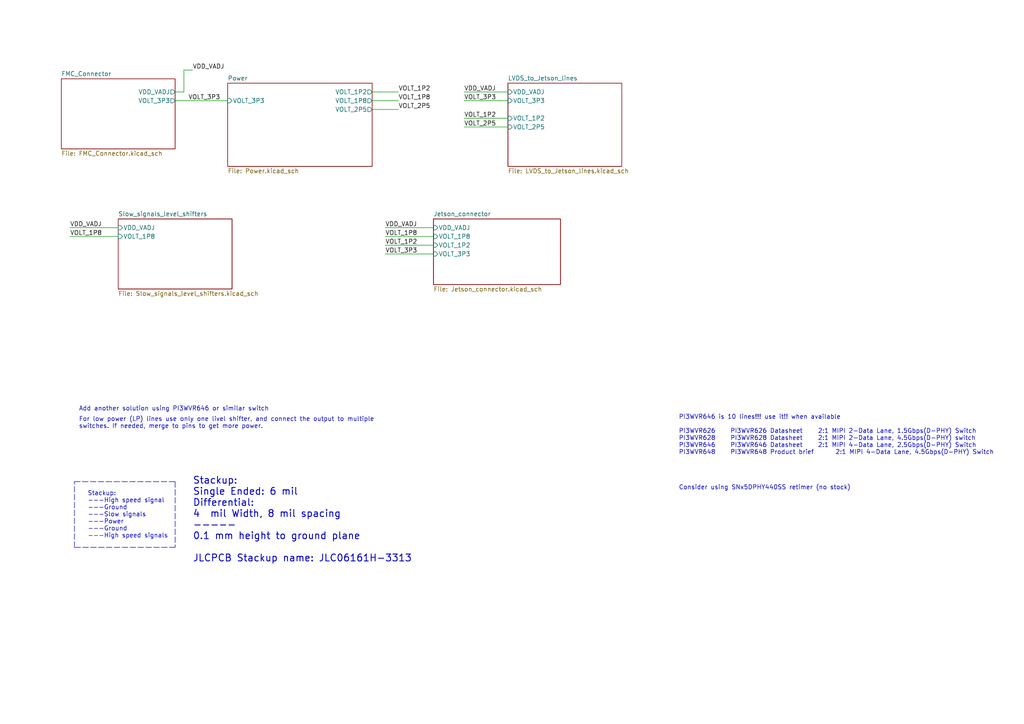
<source format=kicad_sch>
(kicad_sch (version 20211123) (generator eeschema)
  (paper "A4")
  (lib_symbols)
  (wire (pts (xy 107.95 26.67) (xy 115.57 26.67)))
  (wire (pts (xy 34.29 66.04) (xy 20.32 66.04)))
  (wire (pts (xy 125.73 66.04) (xy 111.76 66.04)))
  (wire (pts (xy 107.95 29.21) (xy 115.57 29.21)))
  (wire (pts (xy 147.32 36.83) (xy 134.62 36.83)))
  (wire (pts (xy 50.8 26.67) (xy 53.34 26.67)))
  (wire (pts (xy 34.29 68.58) (xy 20.32 68.58)))
  (polyline (pts (xy 21.59 158.75) (xy 21.59 139.7)))
  (wire (pts (xy 125.73 68.58) (xy 111.76 68.58)))
  (polyline (pts (xy 50.8 158.75) (xy 21.59 158.75)))
  (wire (pts (xy 111.76 71.12) (xy 125.73 71.12)))
  (wire (pts (xy 111.76 73.66) (xy 125.73 73.66)))
  (wire (pts (xy 50.8 29.21) (xy 66.04 29.21)))
  (wire (pts (xy 147.32 29.21) (xy 134.62 29.21)))
  (wire (pts (xy 53.34 26.67) (xy 53.34 20.32)))
  (polyline (pts (xy 21.59 139.7) (xy 50.8 139.7)))
  (wire (pts (xy 147.32 34.29) (xy 134.62 34.29)))
  (polyline (pts (xy 50.8 139.7) (xy 50.8 158.75)))
  (wire (pts (xy 107.95 31.75) (xy 115.57 31.75)))
  (wire (pts (xy 53.34 20.32) (xy 55.88 20.32)))
  (wire (pts (xy 147.32 26.67) (xy 134.62 26.67)))
  (text "For direct convertion BLVDS to SLVS we will use 9.1 Ohm resistor .Oct 10, 2022" (at -5.08 -30.48 0) (effects (font (size 2.9972 2.9972) (thickness 0.5994) bold) (justify left bottom)))
  (text "Stackup:\n---High speed signal\n---Ground\n---Slow signals\n---Power\n---Ground\n---High speed signals" (at 25.4 156.21 0) (effects (font (size 1.27 1.27)) (justify left bottom)))
  (text "Add another solution using PI3WVR646 or similar switch" (at 22.86 119.38 0) (effects (font (size 1.27 1.27)) (justify left bottom)))
  (text "To switch cameras simply use: TS5MP645\n\nhttps://www.ti.com/lit/ds/symlink/ts5mp645.pdf?ts=1639239156409&ref_url=https%253A%252F%252Fwww.ti.com%252Fproduct%252FTS5MP645" (at -2.54 -10.16 0) (effects (font (size 2.9972 2.9972)) (justify left bottom)))
  (text "PI3WVR646 is 10 lines!!! use it!! when available\n\nPI3WVR626	PI3WVR626 Datasheet	2:1 MIPI 2-Data Lane, 1.5Gbps(D-PHY) Switch\nPI3WVR628	PI3WVR628 Datasheet	2:1 MIPI 2-Data Lane, 4.5Gbps(D-PHY) switch\nPI3WVR646	PI3WVR646 Datasheet	2:1 MIPI 4-Data Lane, 2.5Gbps(D-PHY) Switch\nPI3WVR648	PI3WVR648 Product brief	2:1 MIPI 4-Data Lane, 4.5Gbps(D-PHY) Switch\n		\n\n\n\nConsider using SNx5DPHY440SS retimer (no stock)" (at 196.85 142.24 0) (effects (font (size 1.27 1.27)) (justify left bottom)))
  (text "For low power (LP) lines use only one livel shifter, and connect the output to multiple\nswitches. If needed, merge to pins to get more power." (at 22.86 124.46 0) (effects (font (size 1.27 1.27)) (justify left bottom)))
  (text "Stackup:\nSingle Ended: 6 mil\nDifferential:\n4  mil Width, 8 mil spacing\n-----\n0.1 mm height to ground plane\n\nJLCPCB Stackup name: JLC06161H-3313\n" (at 55.88 163.195 0) (effects (font (size 2 2) (thickness 0.254) bold) (justify left bottom)))
  (label "VOLT_3P3" (at 54.61 29.21 0))
  (label "VDD_VADJ" (at 20.32 66.04 0))
  (label "VDD_VADJ" (at 134.62 26.67 0))
  (label "VDD_VADJ" (at 111.76 66.04 0))
  (label "VDD_VADJ" (at 55.88 20.32 0))
  (label "VOLT_2P5" (at 115.57 31.75 0))
  (label "VOLT_1P8" (at 111.76 68.58 0))
  (label "VOLT_3P3" (at 134.62 29.21 0))
  (label "VOLT_1P2" (at 111.76 71.12 0))
  (label "VOLT_2P5" (at 134.62 36.83 0))
  (label "VOLT_1P8" (at 20.32 68.58 0))
  (label "VOLT_3P3" (at 111.76 73.66 0))
  (label "VOLT_1P2" (at 134.62 34.29 0))
  (label "VOLT_1P8" (at 115.57 29.21 0))
  (label "VOLT_1P2" (at 115.57 26.67 0))
  (sheet (at 17.78 22.86) (size 33.02 20.32)
    (property "Sheet name" "FMC_Connector" (at 17.78 22.1484 0) (effects (justify left bottom)))
    (property "Sheet file" "FMC_Connector.kicad_sch" (at 17.78 43.7646 0) (effects (justify left top)))
    (pin "VDD_VADJ" output (at 50.8 26.67 0))
    (pin "VOLT_3P3" output (at 50.8 29.21 0))
  )
  (sheet (at 147.32 24.13) (size 33.02 24.13)
    (property "Sheet name" "LVDS_to_Jetson_lines" (at 147.32 23.4184 0) (effects (justify left bottom)))
    (property "Sheet file" "LVDS_to_Jetson_lines.kicad_sch" (at 147.32 48.8446 0) (effects (justify left top)))
    (pin "VDD_VADJ" input (at 147.32 26.67 180))
    (pin "VOLT_1P2" input (at 147.32 34.29 180))
    (pin "VOLT_2P5" input (at 147.32 36.83 180))
    (pin "VOLT_3P3" input (at 147.32 29.21 180))
  )
  (sheet (at 125.73 63.5) (size 36.83 19.05)
    (property "Sheet name" "Jetson_connector" (at 125.73 62.7884 0) (effects (justify left bottom)))
    (property "Sheet file" "Jetson_connector.kicad_sch" (at 125.73 83.1346 0) (effects (justify left top)))
    (pin "VOLT_1P8" input (at 125.73 68.58 180))
    (pin "VDD_VADJ" input (at 125.73 66.04 180))
    (pin "VOLT_1P2" input (at 125.73 71.12 180))
    (pin "VOLT_3P3" input (at 125.73 73.66 180))
  )
  (sheet (at 34.29 63.5) (size 33.02 20.32)
    (property "Sheet name" "Slow_signals_level_shifters" (at 34.29 62.7884 0) (effects (justify left bottom)))
    (property "Sheet file" "Slow_signals_level_shifters.kicad_sch" (at 34.29 84.4046 0) (effects (justify left top)))
    (pin "VDD_VADJ" input (at 34.29 66.04 180))
    (pin "VOLT_1P8" input (at 34.29 68.58 180))
  )
  (sheet (at 66.04 24.13) (size 41.91 24.13)
    (property "Sheet name" "Power" (at 66.04 23.4184 0) (effects (justify left bottom)))
    (property "Sheet file" "Power.kicad_sch" (at 66.04 48.8446 0) (effects (justify left top)))
    (pin "VOLT_1P2" output (at 107.95 26.67 0))
    (pin "VOLT_2P5" output (at 107.95 31.75 0))
    (pin "VOLT_1P8" output (at 107.95 29.21 0))
    (pin "VOLT_3P3" input (at 66.04 29.21 180))
  )
)
</source>
